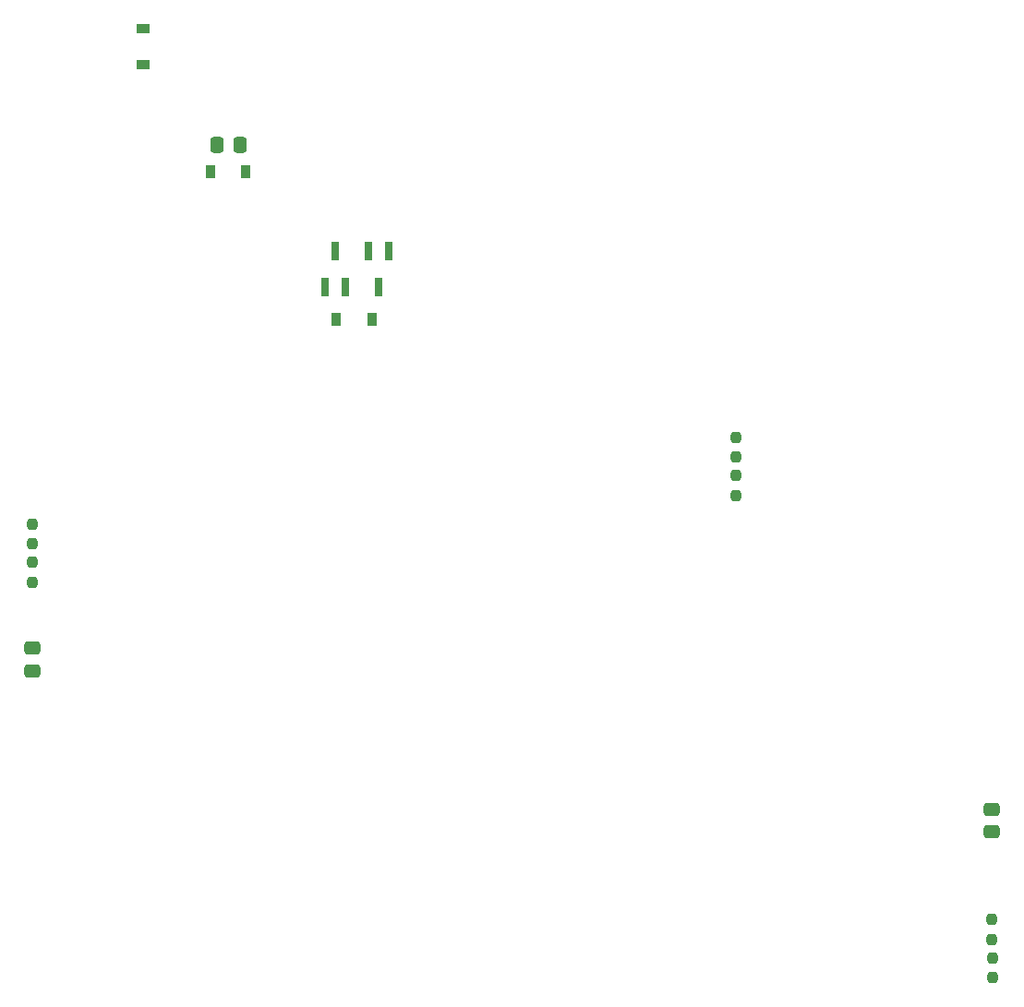
<source format=gbr>
%TF.GenerationSoftware,KiCad,Pcbnew,(6.0.11)*%
%TF.CreationDate,2023-09-12T01:08:27+09:00*%
%TF.ProjectId,Main,4d61696e-2e6b-4696-9361-645f70636258,rev?*%
%TF.SameCoordinates,Original*%
%TF.FileFunction,Paste,Bot*%
%TF.FilePolarity,Positive*%
%FSLAX46Y46*%
G04 Gerber Fmt 4.6, Leading zero omitted, Abs format (unit mm)*
G04 Created by KiCad (PCBNEW (6.0.11)) date 2023-09-12 01:08:27*
%MOMM*%
%LPD*%
G01*
G04 APERTURE LIST*
G04 Aperture macros list*
%AMRoundRect*
0 Rectangle with rounded corners*
0 $1 Rounding radius*
0 $2 $3 $4 $5 $6 $7 $8 $9 X,Y pos of 4 corners*
0 Add a 4 corners polygon primitive as box body*
4,1,4,$2,$3,$4,$5,$6,$7,$8,$9,$2,$3,0*
0 Add four circle primitives for the rounded corners*
1,1,$1+$1,$2,$3*
1,1,$1+$1,$4,$5*
1,1,$1+$1,$6,$7*
1,1,$1+$1,$8,$9*
0 Add four rect primitives between the rounded corners*
20,1,$1+$1,$2,$3,$4,$5,0*
20,1,$1+$1,$4,$5,$6,$7,0*
20,1,$1+$1,$6,$7,$8,$9,0*
20,1,$1+$1,$8,$9,$2,$3,0*%
G04 Aperture macros list end*
%ADD10RoundRect,0.237500X0.237500X-0.250000X0.237500X0.250000X-0.237500X0.250000X-0.237500X-0.250000X0*%
%ADD11R,0.900000X1.200000*%
%ADD12RoundRect,0.237500X-0.237500X0.250000X-0.237500X-0.250000X0.237500X-0.250000X0.237500X0.250000X0*%
%ADD13RoundRect,0.250000X0.475000X-0.337500X0.475000X0.337500X-0.475000X0.337500X-0.475000X-0.337500X0*%
%ADD14RoundRect,0.250000X-0.337500X-0.475000X0.337500X-0.475000X0.337500X0.475000X-0.337500X0.475000X0*%
%ADD15RoundRect,0.250000X-0.475000X0.337500X-0.475000X-0.337500X0.475000X-0.337500X0.475000X0.337500X0*%
%ADD16R,1.200000X0.900000*%
%ADD17R,0.800000X1.800000*%
G04 APERTURE END LIST*
D10*
%TO.C,R2*%
X197940000Y-150152500D03*
X197940000Y-148327500D03*
%TD*%
D11*
%TO.C,D7*%
X137790000Y-93240000D03*
X141090000Y-93240000D03*
%TD*%
D10*
%TO.C,R5*%
X109940000Y-113867500D03*
X109940000Y-112042500D03*
%TD*%
D12*
%TO.C,R44*%
X174440000Y-104082224D03*
X174440000Y-105907224D03*
%TD*%
D10*
%TO.C,R1*%
X197962500Y-153652500D03*
X197962500Y-151827500D03*
%TD*%
D13*
%TO.C,C1*%
X197940000Y-140277500D03*
X197940000Y-138202500D03*
%TD*%
D14*
%TO.C,C11*%
X126902500Y-77240000D03*
X128977500Y-77240000D03*
%TD*%
D15*
%TO.C,C5*%
X109940000Y-123417500D03*
X109940000Y-125492500D03*
%TD*%
D11*
%TO.C,D5*%
X126240000Y-79740000D03*
X129540000Y-79740000D03*
%TD*%
D16*
%TO.C,D2*%
X120090000Y-69890000D03*
X120090000Y-66590000D03*
%TD*%
D12*
%TO.C,R45*%
X174440000Y-107582224D03*
X174440000Y-109407224D03*
%TD*%
D10*
%TO.C,R7*%
X109940000Y-117367500D03*
X109940000Y-115542500D03*
%TD*%
D17*
%TO.C,Q7*%
X140740000Y-87040000D03*
X142640000Y-87040000D03*
X141690000Y-90340000D03*
%TD*%
%TO.C,Q10*%
X138640000Y-90340000D03*
X136740000Y-90340000D03*
X137690000Y-87040000D03*
%TD*%
M02*

</source>
